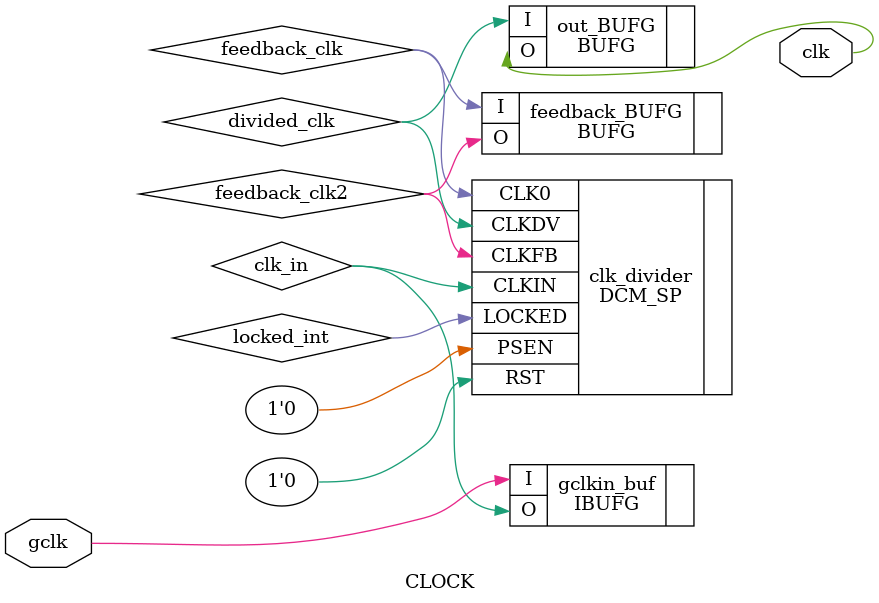
<source format=v>
`timescale 1ns / 1ps

module lab2(LED, gclk, up, dn, lt, rt, cr);
	output [7:0] LED;
	input gclk, up, dn, lt, rt, cr;
	
	wire clk, anyBTN, deebeeOUT;
	reg U, D, R, L, C;
	
	// CLOCK SETTINGS
	CLOCK cluck(.clk(clk),.gclk(gclk));

	assign anyBTN = up|dn|cr|lt|rt;
	
	// SEND BUTTONS THROUGH DEBOUNCER
	debouncer DeeBee(deebeeOUT,anyBTN,clk);
	
	always @(posedge clk)
		begin
			U = deebeeOUT & up;
			D = deebeeOUT & dn;
			L = deebeeOUT & lt;
			R = deebeeOUT & rt;
			C = deebeeOUT & cr;
	end
	
	// CALL FSM
	fsm Pattern(LED, clk, U, D, L, R, C);
		
endmodule

/*____________COUNTER___________*/
module counter(cTC, cBTN, cCLK);
	output reg cTC;
	input cBTN, cCLK;
	
	// STORE TOTAL COUNT
	reg [20:0] cC = 20'h000000; 
	
	// ADD, CLEAR OR DO NOTHING
	always @(posedge cCLK) 
		begin
			if (~cTC&cBTN)
				cC = cC + 1;
			else if (~cBTN) 
				cC = 20'h0000;
			else 
				cC = cC;
	end

	always @ (*)begin
		cTC = &cC;
	end	
endmodule

/*_____________DEBOUNCE_____________*/
module debouncer(dbOUT, dbIN, dbCLK);
	output reg dbOUT;
	input dbIN, dbCLK;
	
	reg ffOUT1, ffOUT2, finalOUT, btn;
	wire pushed;
	
	//EDGE DETECTION
	always @(posedge dbCLK)
		begin
			ffOUT1 <= btn;
			ffOUT2 <= ffOUT1;
	end

	always @(*)
		begin
			btn 		= pushed;
			dbOUT		= finalOUT & dbIN;
			finalOUT = ffOUT1 & ~ffOUT2;
	end
	
	counter dbCOUNT(pushed, dbIN, dbCLK);	

endmodule
	
/*________FINITE STATE MACHINE________*/
module fsm(lights, clock, U, D, L, R, C);
	output reg [7:0] lights; 
	input clock, U, D, L, R, C;
	wire none;
	
	//STATE DEFINITIONS W/ONE HOT
	parameter   SIZE 			= 11;
	parameter 	WAIT			= 11'd1,
					UP1			= 11'd2,
					UP2			= 11'd4,
					DN1			= 11'd8,
					DN2			= 11'd16,
					L1   			= 11'd32,
					R1				= 11'd64,
					L2				= 11'd128,
					R2				= 11'd256,
					C1				= 11'd512,
					CELEBRATE	= 11'd1028;
	
	//STATE REGISTERS					
	reg [SIZE-1:0] state; 
	reg [SIZE-1:0] next_state;
	

	assign none = ~U&~D&~C&~L&~R;
	
	//STATE LOGIC	
	always @(*)
		begin 
			case(state)
				WAIT:  	if (U) 				next_state = UP1;
							else 					next_state = WAIT;
				
				UP1: 		if(U)					next_state = UP2;
							else if (none)		next_state = UP1;
							else					next_state = WAIT;
								
				UP2: 		if(D)					next_state = DN1;
							else if(U)			next_state = UP1;
							else if(none)		next_state = UP2;
							else 					next_state = WAIT;
			
				DN1: 		if(D)					next_state = DN2;
							else if(U)			next_state = UP1;
							else if(none)		next_state = DN1;
							else 					next_state = WAIT;
								
				DN2: 		if(L)					next_state = L1;
							else if(U)			next_state = UP1;
							else if(none)		next_state = DN2;
							else					next_state = WAIT;
								
				L1:		if(R)					next_state = R1;
							else if(U)			next_state = UP1;
							else if(none)		next_state = L1;
							else 					next_state = WAIT;
				
				R1: 		if(L)					next_state = L2;
							else if(U)			next_state = UP1;
							else if(none) 		next_state = R1;
							else 					next_state = WAIT;
								
				L2: 		if(R)					next_state = R2;
							else if(U)			next_state = UP1;
							else if(none)		next_state = L2;
							else 					next_state = WAIT;
								
				R2: 		if(C)					next_state = C1;
							else if(U)			next_state = UP1;
							else if(none)		next_state = R2;
							else 					next_state = WAIT;
				
				C1: 		if(C)					next_state = CELEBRATE;
							else if(U)			next_state = UP1;
							else if(none)		next_state = C1;
							else 					next_state = WAIT;
				
				CELEBRATE: 		if(U)					next_state = UP1;
									else if(none)		next_state = CELEBRATE;
									else 					next_state = WAIT;	
									
				default: next_state = WAIT;
			endcase	
	end
		
	//SEQUENTIAL LOGIC
	always @ (posedge clock)
		begin
				state <= next_state;
	end
	
	//OUTPUT LOGIC
	always @(*)
		begin
		
		if (state==CELEBRATE) lights = 8'hFF;
		else lights = 8'h00;
			/* //DEBUG LEDS
			case(state)
				WAIT: lights = 8'h80;
				UP1: 	lights = 8'h01;
				UP2: 	lights = 8'h03;
				DN1:	lights = 8'h07;
				DN2: 	lights = 8'h0F;
				L1:	lights = 8'h1F;
				R1: 	lights =	8'h3F;
				L2:	lights = 8'h7F;
				C1: 	lights = 8'h00;
				CELEBRATE: lights = 8'hFF;
				default: lights = 8'h80;
			endcase
			*/
	end
			
endmodule


/*_____________CLOCK_______________*/
module CLOCK(	output clk,
					input gclk
					);
					
	IBUFG gclkin_buf(.O(clk_in), .I(gclk));
	
	DCM_SP clk_divider(	.CLKFB(feedback_clk2),
								.CLKIN(clk_in),
								.CLKDV(divided_clk),
								.CLK0(feedback_clk),
								.PSEN(1'b0),
								.LOCKED(locked_int),
								.RST(1'b0));
					  
	defparam clk_divider.CLKDV_DIVIDE = 2.0;
	defparam clk_divider.CLKIN_PERIOD = 10.0;
	defparam clk_divider.CLK_FEEDBACK = "1X";
	defparam clk_divider.CLKIN_DIVIDE_BY_2 = "FALSE";
	defparam clk_divider.CLKOUT_PHASE_SHIFT = "NONE";
	defparam clk_divider.DESKEW_ADJUST = "SYSTEM_SYNCHRONOUS";
	defparam clk_divider.DFS_FREQUENCY_MODE = "LOW";
	defparam clk_divider.DLL_FREQUENCY_MODE = "LOW";
	defparam clk_divider.DSS_MODE = "NONE";
	defparam clk_divider.DUTY_CYCLE_CORRECTION = "TRUE";
	defparam clk_divider.PHASE_SHIFT = 0;
	defparam clk_divider.STARTUP_WAIT = "FALSE";
	defparam clk_divider.FACTORY_JF = 16'hc080;
	BUFG feedback_BUFG (.I(feedback_clk), .O(feedback_clk2));
	BUFG out_BUFG (.I(divided_clk), .O(clk));
	
endmodule

//END OF FILE
</source>
